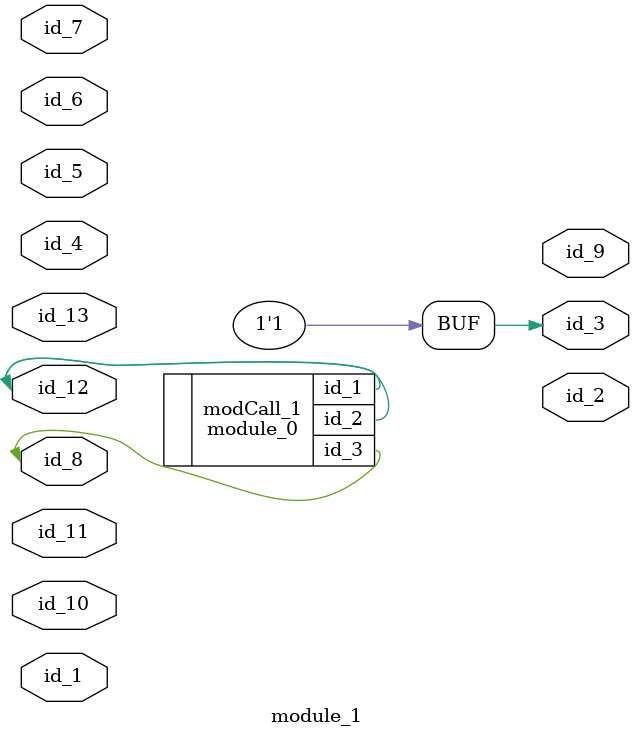
<source format=v>
module module_0 (
    id_1,
    id_2,
    id_3
);
  inout wire id_3;
  inout wire id_2;
  output wire id_1;
endmodule
module module_1 (
    id_1,
    id_2,
    id_3,
    id_4,
    id_5,
    id_6,
    id_7,
    id_8,
    id_9,
    id_10,
    id_11,
    id_12,
    id_13
);
  input wire id_13;
  inout wire id_12;
  input wire id_11;
  inout wire id_10;
  output wire id_9;
  inout wire id_8;
  input wire id_7;
  input wire id_6;
  input wire id_5;
  inout wire id_4;
  output wire id_3;
  output wire id_2;
  input wire id_1;
  assign id_3 = 1;
  module_0 modCall_1 (
      id_12,
      id_12,
      id_8
  );
  wire id_14;
endmodule

</source>
